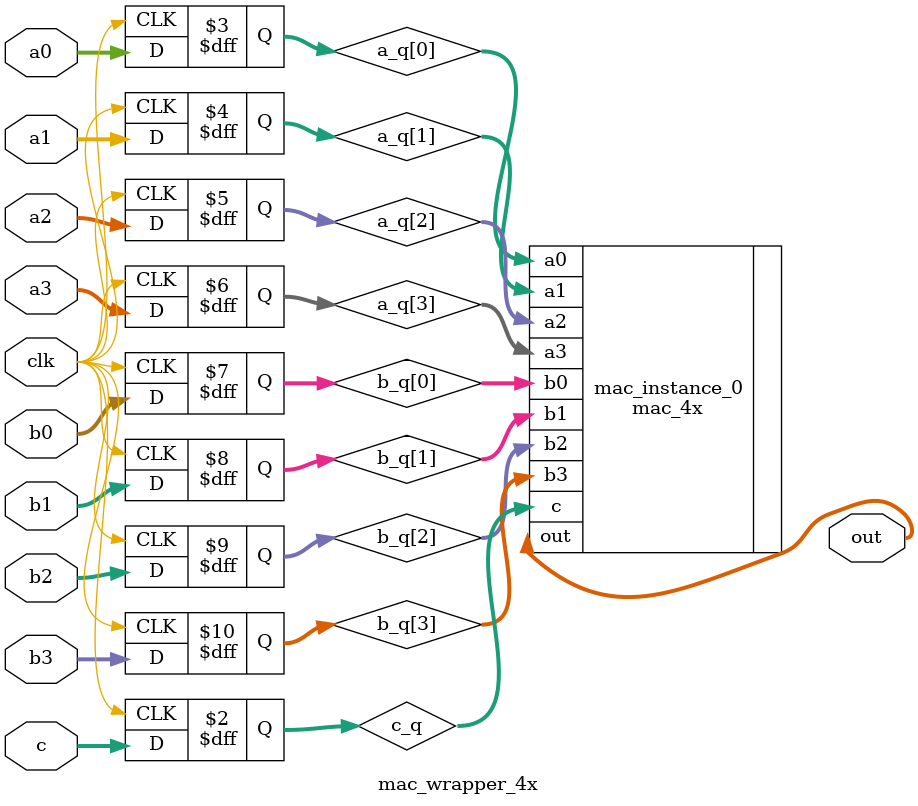
<source format=v>
module mac_wrapper_4x (clk, out, a0, a1, a2, a3, b0, b1, b2, b3, c);

parameter bw = 4;
parameter psum_bw = 16;

output [psum_bw-1:0] out;
input [bw-1:0] a0;	    // X_in_0
input [bw-1:0] a1;	    // X_in_1
input [bw-1:0] a2;	    // X_in_2
input [bw-1:0] a3;	    // X_in_3
input [bw-1:0] b0;	    // Weight_0
input [bw-1:0] b1;	    // Weight_1
input [bw-1:0] b2;	    // Weight_2
input [bw-1:0] b3;	    // Weight_3
input [psum_bw-1:0] c;
input clk;

reg    [bw-1:0] a_q[3:0];
reg    [bw-1:0] b_q[3:0];
reg    [psum_bw-1:0] c_q;

mac_4x #(.bw(bw), .psum_bw(psum_bw)) mac_instance_0 (
    .a0(a_q[0]),
    .a1(a_q[1]),
    .a2(a_q[2]),
    .a3(a_q[3]),  
    .b0(b_q[0]),
    .b1(b_q[1]),
    .b2(b_q[2]),
    .b3(b_q[3]),
    .c(c_q),
    .out(out)
); 

always @ (posedge clk) begin
        a_q[0]  <= a0;
        a_q[1]  <= a1;
        a_q[2]  <= a2;
        a_q[3]  <= a3;
        b_q[0]  <= b0;
        b_q[1]  <= b1;
        b_q[2]  <= b2;
        b_q[3]  <= b3;
        c_q  <= c;
end

endmodule

</source>
